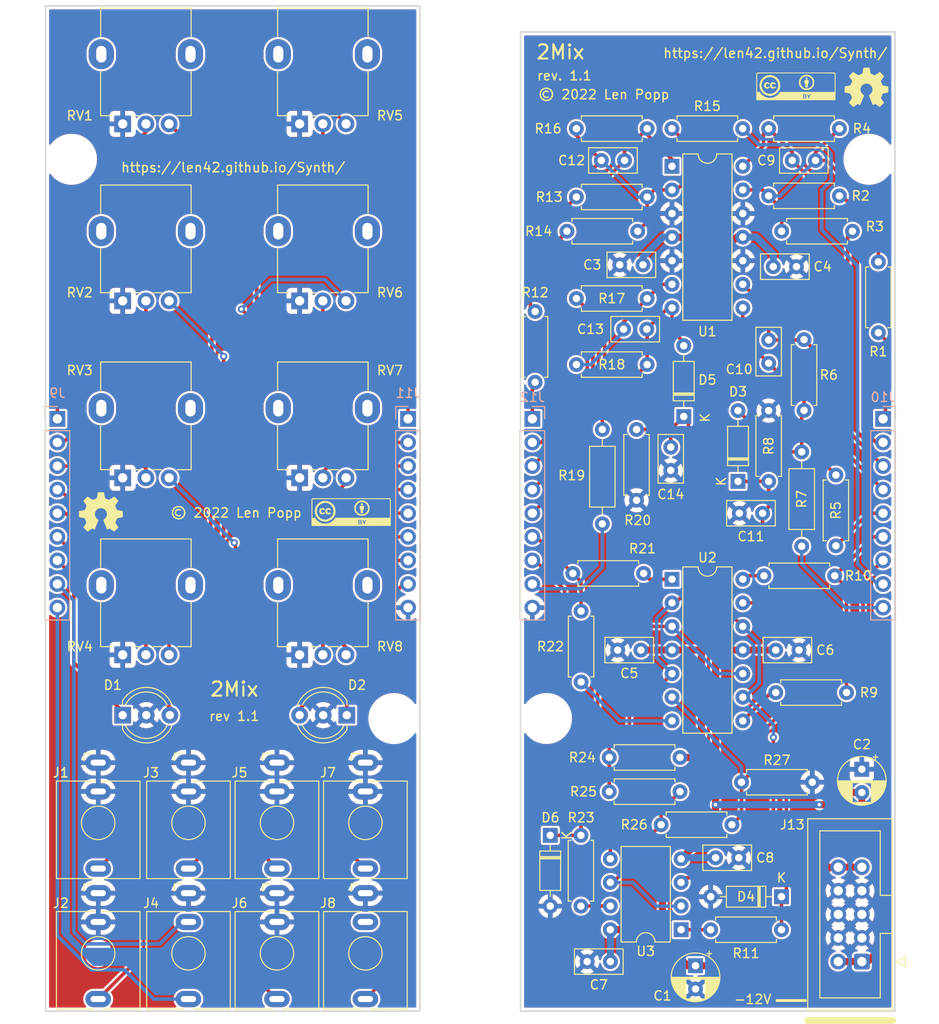
<source format=kicad_pcb>
(kicad_pcb (version 20211014) (generator pcbnew)
  (title_block (title "Eurorack Dual Mixer") (date "2022-08-03") (rev "1.1") (company "Len Popp") (comment 1 "Copyright © 2022 Len Popp CC BY") (comment 2 "Front panel layout matches 8HP Delptronics Module Construction Set") (comment 3 "Board settings comply with requirements of OSH Park https://oshpark.com/") (comment 4 "Eurorack 2-channel 3:1 mixer module - 8HP"))
  (layers (0 "F.Cu" signal) (31 "B.Cu" signal) (36 "B.SilkS" user "B.Silkscreen") (37 "F.SilkS" user "F.Silkscreen") (38 "B.Mask" user) (39 "F.Mask" user) (44 "Edge.Cuts" user))
  (net 0 "")
  (net 1 "+12V")
  (net 2 "GND")
  (net 3 "-12V")
  (net 4 "GAIN-1")
  (net 5 "Net-(C9-Pad1)")
  (net 6 "Net-(C10-Pad2)")
  (net 7 "OUT-1")
  (net 8 "Net-(C10-Pad1)")
  (net 9 "Net-(C11-Pad1)")
  (net 10 "GAIN-2")
  (net 11 "Net-(C12-Pad1)")
  (net 12 "Net-(C13-Pad2)")
  (net 13 "Net-(C13-Pad1)")
  (net 14 "Net-(C14-Pad1)")
  (net 15 "LED-RED-1")
  (net 16 "LED-GREEN-1")
  (net 17 "OUT-2")
  (net 18 "LED-RED-2")
  (net 19 "LED-GREEN-2")
  (net 20 "IN-1-1")
  (net 21 "IN-1-2")
  (net 22 "IN-1-3")
  (net 23 "OUT-1-NORMAL")
  (net 24 "IN-2-1")
  (net 25 "IN-2-2")
  (net 27 "IN-2-3")
  (net 28 "IN-ATTEN-1-1")
  (net 29 "IN-ATTEN-1-2")
  (net 30 "IN-ATTEN-1-3")
  (net 31 "GAIN-ATTEN-1")
  (net 32 "IN-ATTEN-2-1")
  (net 33 "IN-ATTEN-2-2")
  (net 34 "IN-ATTEN-2-3")
  (net 35 "GAIN-ATTEN-2")
  (net 36 "Net-(R9-Pad1)")
  (net 37 "Net-(R10-Pad1)")
  (net 38 "Net-(R11-Pad1)")
  (net 39 "Net-(R21-Pad1)")
  (net 40 "Net-(R22-Pad1)")
  (net 41 "Net-(R23-Pad1)")
  (net 42 "VREF-5")
  (net 43 "VREF-4")
  (net 44 "VREF-LO")
  (footprint "-lmp-misc:CP_Radial_D5.0mm_P2.50mm" (layer "F.Cu") (at 170.307 140.145888 -90)
    (fp_text reference "C1")
    (fp_text value "10U")
  )
  (footprint "-lmp-synth:Jack_3.5mm_QingPu_WQP-PJ398SM_Vertical" (layer "F.Cu") (at 134.7675 132.334)
    (fp_text reference "J8")
    (fp_text value "WQP-PJ398")
  )
  (footprint "-lmp-misc:CP_Radial_D5.0mm_P2.50mm" (layer "F.Cu") (at 188.214 118.999 -90)
    (fp_text reference "C2")
    (fp_text value "10U")
  )
  (footprint "-lmp-synth:Jack_3.5mm_QingPu_WQP-PJ398SM_Vertical" (layer "F.Cu") (at 106 118.2878)
    (fp_text reference "J1")
    (fp_text value "WQP-PJ398")
  )
  (footprint "-lmp-synth:Potentiometer_Alpha_RD901F-40-00D_Single_Vertical" (layer "F.Cu") (at 108.6358 68.58 90)
    (fp_text reference "RV2")
    (fp_text value "100K")
  )
  (footprint "-lmp-synth:Potentiometer_Alpha_RD901F-40-00D_Single_Vertical" (layer "F.Cu") (at 108.6358 106.68 90)
    (fp_text reference "RV4")
    (fp_text value "100K")
  )
  (footprint "-lmp-synth:Potentiometer_Alpha_RD901F-40-00D_Single_Vertical" (layer "F.Cu") (at 127.6858 68.58 90)
    (fp_text reference "RV6")
    (fp_text value "100K")
  )
  (footprint "-lmp-synth:Potentiometer_Alpha_RD901F-40-00D_Single_Vertical" (layer "F.Cu") (at 127.6858 106.68 90)
    (fp_text reference "RV8")
    (fp_text value "100K")
  )
  (footprint "-lmp-synth:Potentiometer_Alpha_RD901F-40-00D_Single_Vertical" (layer "F.Cu") (at 108.6358 87.63 90)
    (fp_text reference "RV3")
    (fp_text value "100K")
  )
  (footprint "-lmp-synth:Potentiometer_Alpha_RD901F-40-00D_Single_Vertical" (layer "F.Cu") (at 108.6358 49.53 90)
    (fp_text reference "RV1")
    (fp_text value "100K")
  )
  (footprint "-lmp-synth:Potentiometer_Alpha_RD901F-40-00D_Single_Vertical" (layer "F.Cu") (at 127.6858 49.53 90)
    (fp_text reference "RV5")
    (fp_text value "100K")
  )
  (footprint "-lmp-misc:Logo_CC_BY" (layer "F.Cu") (at 181.102 45.481)
    (fp_text reference "G1" hide)
    (fp_text value "Logo_CC_BY" hide)
  )
  (footprint "-lmp-holes:MountingHole_PCB_3.2mm_M3" (layer "F.Cu") (at 188.976 53.34)
    (fp_text reference "H4" hide)
    (fp_text value "MountingHole_M3")
  )
  (footprint "-lmp-holes:MountingHole_PCB_3.2mm_M3" (layer "F.Cu") (at 103.124 53.34)
    (fp_text reference "H2" hide)
    (fp_text value "MountingHole_M3")
  )
  (footprint "-lmp-holes:MountingHole_PCB_3.2mm_M3" (layer "F.Cu") (at 137.836 113.538)
    (fp_text reference "H7" hide)
    (fp_text value "MountingHole_M3")
  )
  (footprint "-lmp-holes:MountingHole_PCB_3.2mm_M3" (layer "F.Cu") (at 154.264 113.538)
    (fp_text reference "H9" hide)
    (fp_text value "MountingHole_M3")
  )
  (footprint "-lmp-synth:IDC-Header-Eurorack-10-TH" (layer "F.Cu") (at 188.214 139.7 180)
    (fp_text reference "J13")
    (fp_text value "Conn_Eurorack_10")
  )
  (footprint "-lmp-synth:Jack_3.5mm_QingPu_WQP-PJ398SM_Vertical" (layer "F.Cu") (at 134.7675 118.2878)
    (fp_text reference "J7")
    (fp_text value "WQP-PJ398")
  )
  (footprint "-lmp-synth:Jack_3.5mm_QingPu_WQP-PJ398SM_Vertical" (layer "F.Cu") (at 106 132.334)
    (fp_text reference "J2")
    (fp_text value "WQP-PJ398")
  )
  (footprint "-lmp-misc:Logo_OSHW" (layer "F.Cu") (at 188.722 45.608)
    (fp_text reference "G3" hide)
    (fp_text value "Logo_OSHW" hide)
  )
  (footprint "-lmp-synth:Potentiometer_Alpha_RD901F-40-00D_Single_Vertical" (layer "F.Cu") (at 127.6858 87.63 90)
    (fp_text reference "RV7")
    (fp_text value "100K")
  )
  (footprint "-lmp-misc:Logo_CC_BY" (layer "F.Cu") (at 133.223 91.313)
    (fp_text reference "G2" hide)
    (fp_text value "Logo_CC_BY" hide)
  )
  (footprint "-lmp-misc:Logo_OSHW" (layer "F.Cu") (at 106.299 91.313)
    (fp_text reference "G4" hide)
    (fp_text value "Logo_OSHW" hide)
  )
  (footprint "-lmp-synth:Jack_3.5mm_QingPu_WQP-PJ398SM_Vertical" (layer "F.Cu") (at 125.2425 118.2878)
    (fp_text reference "J5")
    (fp_text value "WQP-PJ398")
  )
  (footprint "-lmp-synth:Jack_3.5mm_QingPu_WQP-PJ398SM_Vertical" (layer "F.Cu") (at 125.2425 132.334)
    (fp_text reference "J6")
    (fp_text value "WQP-PJ398")
  )
  (footprint "-lmp-synth:Jack_3.5mm_QingPu_WQP-PJ398SM_Vertical" (layer "F.Cu") (at 115.7175 118.2878)
    (fp_text reference "J3")
    (fp_text value "WQP-PJ398")
  )
  (footprint "-lmp-synth:Jack_3.5mm_QingPu_WQP-PJ398SM_Vertical" (layer "F.Cu") (at 115.7175 132.334)
    (fp_text reference "J4")
    (fp_text value "WQP-PJ398")
  )
  (footprint "Package_DIP:DIP-14_W7.62mm" (layer "F.Cu") (at 167.777 54.097)
    (fp_text reference "U1")
    (fp_text value "TL074")
  )
  (footprint "-lmp-misc:R_Axial_DIN0207_L6.3mm_D2.5mm_P7.62mm_Horizontal" (layer "F.Cu") (at 168.636 117.729 180)
    (fp_text reference "R24")
    (fp_text value "75K")
  )
  (footprint "-lmp-misc:C_Disc_D5.0mm_W2.5mm_P2.50mm" (layer "F.Cu") (at 181.443 106.172 180)
    (fp_text reference "C6")
    (fp_text value "100N")
  )
  (footprint "-lmp-misc:R_Axial_DIN0207_L6.3mm_D2.5mm_P7.62mm_Horizontal" (layer "F.Cu") (at 164.719 97.917 180)
    (fp_text reference "R21")
    (fp_text value "10K")
  )
  (footprint "-lmp-misc:C_Disc_D5.0mm_W2.5mm_P2.50mm" (layer "F.Cu") (at 177.526 91.44 180)
    (fp_text reference "C11")
    (fp_text value "100N")
  )
  (footprint "-lmp-misc:R_Axial_DIN0207_L6.3mm_D2.5mm_P7.62mm_Horizontal" (layer "F.Cu") (at 187.198 61.087 180)
    (fp_text reference "R3")
    (fp_text value "100K")
  )
  (footprint "LED_THT:LED_D5.0mm-3" (layer "F.Cu") (at 132.7658 113.175 180)
    (fp_text reference "D2")
    (fp_text value "LED_Dual_5mm_ACA")
  )
  (footprint "-lmp-misc:R_Axial_DIN0207_L6.3mm_D2.5mm_P7.62mm_Horizontal" (layer "F.Cu") (at 185.801 50.038 180)
    (fp_text reference "R4")
    (fp_text value "100K")
  )
  (footprint "-lmp-misc:C_Disc_D5.0mm_W2.5mm_P2.50mm" (layer "F.Cu") (at 174.966 128.524 180)
    (fp_text reference "C8")
    (fp_text value "100N")
  )
  (footprint "Diode_THT:D_DO-35_SOD27_P7.62mm_Horizontal" (layer "F.Cu") (at 174.879 88.011 90)
    (fp_text reference "D3")
    (fp_text value "1N4148")
  )
  (footprint "LED_THT:LED_D5.0mm-3" (layer "F.Cu") (at 108.6358 113.175)
    (fp_text reference "D1")
    (fp_text value "LED_Dual_5mm_ACA")
  )
  (footprint "-lmp-misc:R_Axial_DIN0207_L6.3mm_D2.5mm_P7.62mm_Horizontal" (layer "F.Cu") (at 157.48 68.326)
    (fp_text reference "R17")
    (fp_text value "100K")
  )
  (footprint "-lmp-misc:C_Disc_D5.0mm_W2.5mm_P2.50mm" (layer "F.Cu") (at 181.175 64.9 180)
    (fp_text reference "C4")
    (fp_text value "100N")
  )
  (footprint "Diode_THT:D_DO-35_SOD27_P7.62mm_Horizontal" (layer "F.Cu") (at 154.666 126.111 -90)
    (fp_text reference "D6")
    (fp_text value "1N4148")
  )
  (footprint "-lmp-misc:R_Axial_DIN0207_L6.3mm_D2.5mm_P7.62mm_Horizontal" (layer "F.Cu") (at 157.988 109.601 90)
    (fp_text reference "R22")
    (fp_text value "10K")
  )
  (footprint "Diode_THT:D_DO-35_SOD27_P7.62mm_Horizontal" (layer "F.Cu") (at 169.037 81.026 90)
    (fp_text reference "D5")
    (fp_text value "1N4148")
  )
  (footprint "-lmp-misc:C_Disc_D5.0mm_W2.5mm_P2.50mm" (layer "F.Cu") (at 160.167 53.467)
    (fp_text reference "C12")
    (fp_text value "47P")
  )
  (footprint "-lmp-misc:R_Axial_DIN0207_L6.3mm_D2.5mm_P7.62mm_Horizontal" (layer "F.Cu") (at 178.943 110.744)
    (fp_text reference "R9")
    (fp_text value "10K")
  )
  (footprint "-lmp-misc:C_Disc_D5.0mm_W2.5mm_P2.50mm" (layer "F.Cu") (at 162.56 71.628)
    (fp_text reference "C13")
    (fp_text value "47P")
  )
  (footprint "-lmp-misc:R_Axial_DIN0207_L6.3mm_D2.5mm_P10.16mm_Horizontal" (layer "F.Cu") (at 181.737 84.836 -90)
    (fp_text reference "R7")
    (fp_text value "51R")
  )
  (footprint "-lmp-misc:R_Axial_DIN0207_L6.3mm_D2.5mm_P10.16mm_Horizontal" (layer "F.Cu") (at 160.274 82.423 -90)
    (fp_text reference "R19")
    (fp_text value "51R")
  )
  (footprint "Package_DIP:DIP-14_W7.62mm" (layer "F.Cu") (at 167.777 98.547)
    (fp_text reference "U2")
    (fp_text value "TL074")
  )
  (footprint "-lmp-misc:R_Axial_DIN0207_L6.3mm_D2.5mm_P7.62mm_Horizontal" (layer "F.Cu") (at 181.991 72.751 -90)
    (fp_text reference "R6")
    (fp_text value "100K")
  )
  (footprint "-lmp-misc:R_Axial_DIN0207_L6.3mm_D2.5mm_P7.62mm_Horizontal" (layer "F.Cu") (at 156.464 61.087)
    (fp_text reference "R14")
    (fp_text value "100K")
  )
  (footprint "-lmp-misc:R_Axial_DIN0207_L6.3mm_D2.5mm_P7.62mm_Horizontal" (layer "F.Cu") (at 178.181 80.391 -90)
    (fp_text reference "R8")
    (fp_text value "100K")
  )
  (footprint "-lmp-misc:C_Disc_D5.0mm_W2.5mm_P2.50mm" (layer "F.Cu") (at 164.65 64.7 180)
    (fp_text reference "C3")
    (fp_text value "100N")
  )
  (footprint "-lmp-misc:R_Axial_DIN0207_L6.3mm_D2.5mm_P7.62mm_Horizontal" (layer "F.Cu") (at 185.801 57.277 180)
    (fp_text reference "R2")
    (fp_text value "100K")
  )
  (footprint "-lmp-misc:C_Disc_D5.0mm_W2.5mm_P2.50mm" (layer "F.Cu") (at 167.64 84.328 -90)
    (fp_text reference "C14")
    (fp_text value "100N")
  )
  (footprint "-lmp-misc:R_Axial_DIN0207_L6.3mm_D2.5mm_P7.62mm_Horizontal" (layer "F.Cu") (at 175.387 50.038 180)
    (fp_text reference "R15")
    (fp_text value "100K")
  )
  (footprint "-lmp-misc:C_Disc_D5.0mm_W2.5mm_P2.50mm" (layer "F.Cu") (at 183.221 53.467 180)
    (fp_text reference "C9")
    (fp_text value "47P")
  )
  (footprint "Package_DIP:DIP-8_W7.62mm" (layer "F.Cu") (at 168.753 136.261 180)
    (fp_text reference "U3")
    (fp_text value "TL072")
  )
  (footprint "-lmp-misc:R_Axial_DIN0207_L6.3mm_D2.5mm_P7.62mm_Horizontal" (layer "F.Cu") (at 161.016 121.412)
    (fp_text reference "R25")
    (fp_text value "11K")
  )
  (footprint "-lmp-misc:R_Axial_DIN0207_L6.3mm_D2.5mm_P7.62mm_Horizontal" (layer "F.Cu") (at 171.938 136.271)
    (fp_text reference "R11")
    (fp_text value "4K7")
  )
  (footprint "-lmp-misc:R_Axial_DIN0207_L6.3mm_D2.5mm_P7.62mm_Horizontal" (layer "F.Cu") (at 157.48 57.404)
    (fp_text reference "R13")
    (fp_text value "100K")
  )
  (footprint "-lmp-misc:R_Axial_DIN0207_L6.3mm_D2.5mm_P7.62mm_Horizontal" (layer "F.Cu") (at 153.035 77.343 90)
    (fp_text reference "R12")
    (fp_text value "100K")
  )
  (footprint "-lmp-misc:R_Axial_DIN0207_L6.3mm_D2.5mm_P7.62mm_Horizontal" (layer "F.Cu") (at 189.992 72.009 90)
    (fp_text reference "R1")
    (fp_text value "100K")
  )
  (footprint "-lmp-misc:R_Axial_DIN0207_L6.3mm_D2.5mm_P7.62mm_Horizontal" (layer "F.Cu") (at 175.26 120.396)
    (fp_text reference "R27")
    (fp_text value "200R")
  )
  (footprint "-lmp-misc:C_Disc_D5.0mm_W2.5mm_P2.50mm" (layer "F.Cu") (at 178.181 72.791 -90)
    (fp_text reference "C10")
    (fp_text value "47P")
  )
  (footprint "-lmp-misc:R_Axial_DIN0207_L6.3mm_D2.5mm_P7.62mm_Horizontal" (layer "F.Cu") (at 157.48 50.038)
    (fp_text reference "R16")
    (fp_text value "100K")
  )
  (footprint "-lmp-misc:R_Axial_DIN0207_L6.3mm_D2.5mm_P7.62mm_Horizontal" (layer "F.Cu") (at 177.673 98.171)
    (fp_text reference "R10")
    (fp_text value "10K")
  )
  (footprint "-lmp-misc:R_Axial_DIN0207_L6.3mm_D2.5mm_P7.62mm_Horizontal" (layer "F.Cu") (at 157.48 75.438)
    (fp_text reference "R18")
    (fp_text value "100K")
  )
  (footprint "-lmp-misc:R_Axial_DIN0207_L6.3mm_D2.5mm_P7.62mm_Horizontal" (layer "F.Cu") (at 185.42 94.9452 90)
    (fp_text reference "R5")
    (fp_text value "100K")
  )
  (footprint "-lmp-misc:R_Axial_DIN0207_L6.3mm_D2.5mm_P7.62mm_Horizontal" (layer "F.Cu") (at 166.604 124.968)
    (fp_text reference "R26")
    (fp_text value "36K")
  )
  (footprint "Diode_THT:D_DO-35_SOD27_P7.62mm_Horizontal" (layer "F.Cu") (at 179.558 132.715 180)
    (fp_text reference "D4")
    (fp_text value "1N4148")
  )
  (footprint "-lmp-misc:R_Axial_DIN0207_L6.3mm_D2.5mm_P7.62mm_Horizontal" (layer "F.Cu") (at 163.957 90.043 90)
    (fp_text reference "R20")
    (fp_text value "100K")
  )
  (footprint "-lmp-misc:C_Disc_D5.0mm_W2.5mm_P2.50mm" (layer "F.Cu") (at 161.143 139.7 180)
    (fp_text reference "C7")
    (fp_text value "100N")
  )
  (footprint "-lmp-misc:R_Axial_DIN0207_L6.3mm_D2.5mm_P7.62mm_Horizontal" (layer "F.Cu") (at 157.968 133.731 90)
    (fp_text reference "R23")
    (fp_text value "4K7")
  )
  (footprint "-lmp-misc:C_Disc_D5.0mm_W2.5mm_P2.50mm" (layer "F.Cu") (at 164.425 106.172 180)
    (fp_text reference "C5")
    (fp_text value "100N")
  )
  (footprint "Connector_PinSocket_2.54mm:PinSocket_1x09_P2.54mm_Vertical" (layer "B.Cu") (at 101.6 81.28 180)
    (fp_text reference "J9")
    (fp_text value "Conn_PCB_Front")
  )
  (footprint "Connector_PinSocket_2.54mm:PinSocket_1x09_P2.54mm_Vertical" (layer "B.Cu") (at 139.36 81.28 180)
    (fp_text reference "J11")
    (fp_text value "Conn_PCB_Front")
  )
  (footprint "Connector_PinHeader_2.54mm:PinHeader_1x09_P2.54mm_Vertical" (layer "B.Cu") (at 190.5 81.28 180)
    (fp_text reference "J10")
    (fp_text value "Conn_PCB_Back")
  )
  (footprint "Connector_PinHeader_2.54mm:PinHeader_1x09_P2.54mm_Vertical" (layer "B.Cu") (at 152.74 81.28 180)
    (fp_text reference "J12")
    (fp_text value "Conn_PCB_Back")
  )
  (gr_line (start 182.1434 143.891) (end 179.07 143.891) (layer "F.SilkS") (width 0.3048))
  (gr_line (start 151.470004 145.034) (end 151.470004 39.639) (layer "Edge.Cuts") (width 0.1524))
  (gr_line (start 151.470004 39.639) (end 191.77 39.639) (layer "Edge.Cuts") (width 0.1524))
  (gr_line (start 140.629996 36.83) (end 140.629996 145.034) (layer "Edge.Cuts") (width 0.1524))
  (gr_line (start 140.629996 145.034) (end 100.33 145.034) (layer "Edge.Cuts") (width 0.1524))
  (gr_line (start 100.33 36.83) (end 140.629996 36.83) (layer "Edge.Cuts") (width 0.1524))
  (gr_line (start 191.77 145.034) (end 151.470004 145.034) (layer "Edge.Cuts") (width 0.1524))
  (gr_line (start 191.77 39.639) (end 191.77 145.034) (layer "Edge.Cuts") (width 0.1524))
  (gr_line (start 100.33 145.034) (end 100.33 36.83) (layer "Edge.Cuts") (width 0.1524))
  (gr_text "© 2022 Len Popp" (at 153.289 46.37) (layer "F.SilkS") (effects (font (size 1 1)) (justify left)))
  (gr_text "-12V" (at 178.562 143.764) (layer "F.SilkS") (effects (font (size 1 1)) (justify right)))
  (gr_text "2Mix" (at 153.035 41.798) (layer "F.SilkS") (effects (font (size 1.524 1.524) (thickness 0.2286)) (justify left)))
  (gr_text "2Mix" (at 120.65 110.38) (layer "F.SilkS") (effects (font (size 1.524 1.524) (thickness 0.2286))))
  (gr_text "rev ${REVISION}" (at 120.65 113.284) (layer "F.SilkS") (effects (font (size 1 1))))
  (gr_text "© 2022 Len Popp" (at 113.7 91.4) (layer "F.SilkS") (effects (font (size 1 1)) (justify left)))
  (gr_text "https://len42.github.io/Synth/" (at 166.751 41.925) (layer "F.SilkS") (effects (font (size 1.016 1.016) (thickness 0.1524)) (justify left)))
  (gr_text "rev. ${REVISION}" (at 153.162 44.338) (layer "F.SilkS") (effects (font (size 1 1)) (justify left)))
  (gr_text "https://len42.github.io/Synth/" (at 120.523 54.229) (layer "F.SilkS") (effects (font (size 1.016 1.016) (thickness 0.1524))))
  (segment (start 170.942 106.426) (end 170.942 63.858) (width 0.762) (layer "F.Cu") (net 1))
  (segment (start 182.499 136.739) (end 182.499 131.786) (width 0.762) (layer "F.Cu") (net 1))
  (segment (start 170.922 117.475) (end 170.668 117.729) (width 0.762) (layer "F.Cu") (net 1))
  (segment (start 179.092112 140.145888) (end 182.499 136.739) (width 0.762) (layer "F.Cu") (net 1))
  (segment (start 167.777 106.167) (end 164.577 106.167) (width 0.762) (layer "F.Cu") (net 1))
  (segment (start 170.942 106.426) (end 170.942 123.297) (width 0.762) (layer "F.Cu") (net 1))
  (segment (start 185.674 129.54) (end 188.214 129.54) (width 0.762) (layer "F.Cu") (net 1))
  (segment (start 170.683 106.167) (end 170.942 106.426) (width 0.762) (layer "F.Cu") (net 1))
  (segment (start 166.731 127.508) (end 170.4875 123.7515) (width 0.762) (layer "F.Cu") (net 1))
  (segment (start 184.745 129.54) (end 185.674 129.54) (width 0.762) (layer "F.Cu") (net 1))
  (segment (start 170.307 140.145888) (end 179.092112 140.145888) (width 0.762) (layer "F.Cu") (net 1))
  (segment (start 166.233 136.261) (end 161.133 136.261) (width 0.762) (layer "F.Cu") (net 1))
  (segment (start 166.731 137.414) (end 166.731 127.508) (width 0.762) (layer "F.Cu") (net 1))
  (segment (start 170.942 63.881) (end 168.778 61.717) (width 0.762) (layer "F.Cu") (net 1))
  (segment (start 170.668 117.729) (end 168.636 117.729) (width 0.762) (layer "F.Cu") (net 1))
  (segment (start 168.778 61.717) (end 167.777 61.717) (width 0.762) (layer "F.Cu") (net 1))
  (segment (start 166.243 136.271) (end 166.233 136.261) (width 0.762) (layer "F.Cu") (net 1))
  (segment (start 170.4875 123.7515) (end 170.922 123.317) (width 0.762) (layer "F.Cu") (net 1))
  (segment (start 167.777 106.167) (end 170.683 106.167) (width 0.762) (layer "F.Cu") (net 1))
  (segment (start 170.942 123.297) (end 170.4875 123.7515) (width 0.762) (layer "F.Cu") (net 1))
  (segment (start 170.922 123.317) (end 170.922 117.475) (width 0.762) (layer "F.Cu") (net 1))
  (segment (start 170.307 140.145888) (end 169.462888 140.145888) (width 0.762) (layer "F.Cu") (net 1))
  (segment (start 182.499 131.786) (end 184.745 129.54) (width 0.762) (layer "F.Cu") (net 1))
  (segment (start 169.462888 140.145888) (end 166.731 137.414) (width 0.762) (layer "F.Cu") (net 1))
  (segment (start 161.143 139.7) (end 161.143 136.271) (width 0.762) (layer "B.Cu") (net 1))
  (segment (start 166.783 61.717) (end 164.65 63.85) (width 0.762) (layer "B.Cu") (net 1))
  (segment (start 164.65 63.85) (end 164.65 64.7) (width 0.762) (layer "B.Cu") (net 1))
  (segment (start 167.777 61.717) (end 166.783 61.717) (width 0.762) (layer "B.Cu") (net 1))
  (segment (start 183.622 122.809) (end 185.293 122.809) (width 0.762) (layer "F.Cu") (net 3))
  (segment (start 185.293 122.809) (end 186.603 121.499) (width 0.762) (layer "F.Cu") (net 3))
  (segment (start 186.603 121.499) (end 188.214 121.499) (width 0.762) (layer "F.Cu") (net 3))
  (segment (start 172.446 124.948) (end 172.446 122.809) (width 0.762) (layer "F.Cu") (net 3))
  (segment (start 188.214 139.7) (end 188.849 139.7) (width 0.762) (layer "F.Cu") (net 3))
  (segment (start 190.5 138.049) (end 190.5 126.365) (width 0.762) (layer "F.Cu") (net 3))
  (segment (start 185.674 139.7) (end 188.214 139.7) (width 0.762) (layer "F.Cu") (net 3))
  (segment (start 175.397 61.717) (end 174.757 61.717) (width 0.762) (layer "F.Cu") (net 3))
  (segment (start 174.757 61.717) (end 172.466 64.008) (width 0.762) (layer "F.Cu") (net 3))
  (segment (start 188.214 121.499) (end 188.214 124.079) (width 0.762) (layer "F.Cu") (net 3))
  (segment (start 172.466 106.172) (end 172.466 123.952) (width 0.762) (layer "F.Cu") (net 3))
  (segment (start 188.214 124.079) (end 190.5 126.365) (width 0.762) (layer "F.Cu") (net 3))
  (segment (start 178.943 106.172) (end 175.402 106.172) (width 0.762) (layer "F.Cu") (net 3))
  (segment (start 172.466 64.016) (end 172.466 122.789) (width 0.762) (layer "F.Cu") (net 3))
  (segment (start 168.753 128.641) (end 172.446 124.948) (width 0.762) (layer "F.Cu") (net 3))
  (segment (start 188.849 139.7) (end 190.5 138.049) (width 0.762) (layer "F.Cu") (net 3))
  (segment (start 172.466 122.789) (end 172.446 122.809) (width 0.762) (layer "F.Cu") (net 3))
  (segment (start 175.397 106.167) (end 172.471 106.167) (width 0.762) (layer "F.Cu") (net 3))
  (segment (start 172.471 106.167) (end 172.466 106.172) (width 0.762) (layer "F.Cu") (net 3))
  (via (at 183.622 122.809) (size 0.762) (drill 0.381) (layers "F.Cu" "B.Cu") (net 3))
  (via (at 172.446 122.809) (size 0.762) (drill 0.381) (layers "F.Cu" "B.Cu") (net 3))
  (segment (start 176.842 61.717) (end 178.675 63.55) (width 0.762) (layer "B.Cu") (net 3))
  (segment (start 172.466 128.524) (end 168.87 128.524) (width 0.762) (layer "B.Cu") (net 3))
  (segment (start 175.397 61.717) (end 176.842 61.717) (width 0.762) (layer "B.Cu") (net 3))
  (segment (start 172.446 122.809) (end 183.622 122.809) (width 0.762) (layer "B.Cu") (net 3))
  (segment (start 178.675 63.55) (end 178.675 64.9) (width 0.762) (layer "B.Cu") (net 3))
  (segment (start 113.6358 100.6818) (end 101.854 88.9) (width 0.381) (layer "F.Cu") (net 4))
  (segment (start 185.0136 64.2136) (end 182.274363 61.474363) (width 0.381) (layer "F.Cu") (net 4))
  (segment (start 113.6358 106.68) (end 113.6358 100.6818) (width 0.381) (layer "F.Cu") (net 4))
  (segment (start 180.721 52.578) (end 180.721 53.467) (width 0.381) (layer "F.Cu") (net 4))
  (segment (start 177.625 50.594) (end 178.181 50.038) (width 0.381) (layer "F.Cu") (net 4))
  (segment (start 177.625 51.869) (end 177.625 50.594) (width 0.381) (layer "F.Cu") (net 4))
  (segment (start 185.0136 83.4136) (end 185.0136 64.2136) (width 0.381) (layer "F.Cu") (net 4))
  (segment (start 178.181 50.038) (end 180.721 52.578) (width 0.381) (layer "F.Cu") (net 4))
  (segment (start 175.397 54.097) (end 177.625 51.869) (width 0.381) (layer "F.Cu") (net 4))
  (segment (start 190.5 88.9) (end 185.0136 83.4136) (width 0.381) (layer "F.Cu") (net 4))
  (segment (start 182.274363 55.020363) (end 180.721 53.467) (width 0.381) (layer "F.Cu") (net 4))
  (segment (start 182.274363 61.474363) (end 182.274363 55.020363) (width 0.381) (layer "F.Cu") (net 4))
  (segment (start 185.801 50.038) (end 183.221 52.618) (width 0.381) (layer "F.Cu") (net 5))
  (segment (start 175.397 56.637) (end 177.541 56.637) (width 0.381) (layer "F.Cu") (net 5))
  (segment (start 179.578 58.674) (end 178.181 57.277) (width 0.381) (layer "F.Cu") (net 5))
  (segment (start 189.992 64.389) (end 189.992 59.074501) (width 0.381) (layer "F.Cu") (net 5))
  (segment (start 184.384499 53.467) (end 183.221 53.467) (width 0.381) (layer "F.Cu") (net 5))
  (segment (start 183.221 52.618) (end 183.221 53.467) (width 0.381) (layer "F.Cu") (net 5))
  (segment (start 189.992 59.074501) (end 184.384499 53.467) (width 0.381) (layer "F.Cu") (net 5))
  (segment (start 177.541 56.637) (end 178.181 57.277) (width 0.381) (layer "F.Cu") (net 5))
  (segment (start 179.578 61.087) (end 179.578 58.674) (width 0.381) (layer "F.Cu") (net 5))
  (segment (start 183.221 53.467) (end 179.411 57.277) (width 0.381) (layer "B.Cu") (net 5))
  (segment (start 179.411 57.277) (end 178.181 57.277) (width 0.381) (layer "B.Cu") (net 5))
  (segment (start 181.737 84.836) (end 181.737 80.625) (width 0.381) (layer "F.Cu") (net 6))
  (segment (start 175.397 72.507) (end 178.181 75.291) (width 0.381) (layer "F.Cu") (net 6))
  (segment (start 179.324 84.836) (end 174.879 80.391) (width 0.381) (layer "F.Cu") (net 6))
  (segment (start 181.737 84.836) (end 179.324 84.836) (width 0.381) (layer "F.Cu") (net 6))
  (segment (start 175.397 69.337) (end 175.397 72.507) (width 0.381) (layer "F.Cu") (net 6))
  (segment (start 181.991 79.101) (end 178.181 75.291) (width 0.381) (layer "F.Cu") (net 6))
  (segment (start 181.991 80.371) (end 181.991 79.101) (width 0.381) (layer "F.Cu") (net 6))
  (segment (start 108.824866 140.589) (end 105.283 140.589) (width 0.381) (layer "B.Cu") (net 7))
  (segment (start 111.969866 143.734) (end 108.824866 140.589) (width 0.381) (layer "B.Cu") (net 7))
  (segment (start 105.283 140.589) (end 101.6 136.906) (width 0.381) (layer "B.Cu") (net 7))
  (segment (start 186.436 101.6) (end 190.5 101.6) (width 0.381) (layer "B.Cu") (net 7))
  (segment (start 181.737 94.996) (end 181.737 96.901) (width 0.381) (layer "B.Cu") (net 7))
  (segment (start 101.6 136.906) (end 101.6 101.6) (width 0.381) (layer "B.Cu") (net 7))
  (segment (start 181.737 96.901) (end 186.436 101.6) (width 0.381) (layer "B.Cu") (net 7))
  (segment (start 115.7175 143.734) (end 111.969866 143.734) (width 0.381) (layer "B.Cu") (net 7))
  (segment (start 183.7944 74.5544) (end 181.991 72.751) (width 0.381) (layer "F.Cu") (net 8))
  (segment (start 183.7944 85.6996) (end 183.7944 74.5544) (width 0.381) (layer "F.Cu") (net 8))
  (segment (start 175.397 66.797) (end 178.181 69.581) (width 0.381) (layer "F.Cu") (net 8))
  (segment (start 178.181 69.831) (end 178.181 72.791) (width 0.381) (layer "F.Cu") (net 8))
  (segment (start 178.181 69.581) (end 178.181 69.831) (width 0.381) (layer "F.Cu") (net 8))
  (segment (start 178.181 72.791) (end 181.951 72.791) (width 0.381) (layer "F.Cu") (net 8))
  (segment (start 185.42 87.3252) (end 183.7944 85.6996) (width 0.381) (layer "F.Cu") (net 8))
  (segment (start 178.181 88.011) (end 174.879 88.011) (width 0.381) (layer "F.Cu") (net 9))
  (segment (start 177.526 91.44) (end 177.526 92.6284) (width 0.381) (layer "F.Cu") (net 9))
  (segment (start 177.526 91.44) (end 178.181 90.785) (width 0.381) (layer "F.Cu") (net 9))
  (segment (start 175.621 130.683) (end 169.251 130.683) (width 0.381) (layer "F.Cu") (net 9))
  (segment (start 173.736 96.4184) (end 173.736 101.966) (width 0.381) (layer "F.Cu") (net 9))
  (segment (start 178.181 90.785) (end 178.181 88.011) (width 0.381) (layer "F.Cu") (net 9))
  (segment (start 178.689 115.57) (end 178.689 127.615) (width 0.381) (layer "F.Cu") (net 9))
  (segment (start 178.689 127.615) (end 175.621 130.683) (width 0.381) (layer "F.Cu") (net 9))
  (segment (start 173.736 101.966) (end 175.397 103.627) (width 0.381) (layer "F.Cu") (net 9))
  (segment (start 169.251 130.683) (end 168.753 131.181) (width 0.381) (layer "F.Cu") (net 9))
  (segment (start 177.526 92.6284) (end 173.736 96.4184) (width 0.381) (layer "F.Cu") (net 9))
  (via (at 178.689 115.57) (size 0.762) (drill 0.381) (layers "F.Cu" "B.Cu") (net 9))
  (segment (start 177.165 109.728) (end 177.165 105.395) (width 0.381) (layer "B.Cu") (net 9))
  (segment (start 175.763 111.247) (end 178.689 114.173) (width 0.381) (layer "B.Cu") (net 9))
  (segment (start 175.646 111.247) (end 177.165 109.728) (width 0.381) (layer "B.Cu") (net 9))
  (segment (start 178.689 114.173) (end 178.689 115.57) (width 0.381) (layer "B.Cu") (net 9))
  (segment (start 177.165 105.395) (end 175.397 103.627) (width 0.381) (layer "B.Cu") (net 9))
  (segment (start 132.6858 105.8888) (end 130.175 103.378) (width 0.381) (layer "F.Cu") (net 10))
  (segment (start 135.89 91.44) (end 139.36 91.44) (width 0.381) (layer "F.Cu") (net 10))
  (segment (start 165.1 50.675) (end 167.777 53.352) (width 0.381) (layer "F.Cu") (net 10))
  (segment (start 158.496 85.684) (end 158.496 80.645) (width 0.381) (layer "F.Cu") (net 10))
  (segment (start 152.74 91.44) (end 158.496 85.684) (width 0.381) (layer "F.Cu") (net 10))
  (segment (start 132.6858 106.68) (end 132.6858 105.8888) (width 0.381) (layer "F.Cu") (net 10))
  (segment (start 160.025 56.129) (end 162.667 53.487) (width 0.381) (layer "F.Cu") (net 10))
  (segment (start 130.175 97.155) (end 135.89 91.44) (width 0.381) (layer "F.Cu") (net 10))
  (segment (start 158.496 80.645) (end 160.528 78.613) (width 0.381) (layer "F.Cu") (net 10))
  (segment (start 160.528 78.613) (end 160.528 67.428) (width 0.381) (layer "F.Cu") (net 10))
  (segment (start 167.777 53.352) (end 167.777 54.097) (width 0.381) (layer "F.Cu") (net 10))
  (segment (start 165.1 50.038) (end 165.1 50.675) (width 0.381) (layer "F.Cu") (net 10))
  (segment (start 162.667 52.471) (end 162.667 53.467) (width 0.381) (layer "F.Cu") (net 10))
  (segment (start 160.528 67.428) (end 160.025 66.925) (width 0.381) (layer "F.Cu") (net 10))
  (segment (start 160.025 66.925) (end 160.025 56.129) (width 0.381) (layer "F.Cu") (net 10))
  (segment (start 165.1 50.038) (end 162.667 52.471) (width 0.381) (layer "F.Cu") (net 10))
  (segment (start 130.175 103.378) (end 130.175 97.155) (width 0.381) (layer "F.Cu") (net 10))
  (segment (start 165.867 56.637) (end 167.777 56.637) (width 0.381) (layer "F.Cu") (net 11))
  (segment (start 169.45 51.721) (end 167.767 50.038) (width 0.381) (layer "F.Cu") (net 11))
  (segment (start 165.1 57.404) (end 165.867 56.637) (width 0.381) (layer "F.Cu") (net 11))
  (segment (start 165.1 60.071) (end 164.084 61.087) (width 0.381) (layer "F.Cu") (net 11))
  (segment (start 168.275 56.642) (end 169.45 55.467) (width 0.381) (layer "F.Cu") (net 11))
  (segment (start 152.527 69.215) (end 153.035 69.723) (width 0.381) (layer "F.Cu") (net 11))
  (segment (start 157.48 50.78) (end 157.48 50.038) (width 0.381) (layer "F.Cu") (net 11))
  (segment (start 160.167 53.467) (end 158.135 55.499) (width 0.381) (layer "F.Cu") (net 11))
  (segment (start 169.45 55.467) (end 169.45 51.721) (width 0.381) (layer "F.Cu") (net 11))
  (segment (start 165.1 57.404) (end 165.1 60.071) (width 0.381) (layer "F.Cu") (net 11))
  (segment (start 152.527 59.944) (end 152.527 69.215) (width 0.381) (layer "F.Cu") (net 11))
  (segment (start 156.972 55.499) (end 152.527 59.944) (width 0.381) (layer "F.Cu") (net 11))
  (segment (start 160.167 53.467) (end 157.48 50.78) (width 0.381) (layer "F.Cu") (net 11))
  (segment (start 158.135 55.499) (end 156.972 55.499) (width 0.381) (layer "F.Cu") (net 11))
  (segment (start 164.104 57.404) (end 165.1 57.404) (width 0.381) (layer "B.Cu") (net 11))
  (segment (start 160.167 53.467) (end 164.104 57.404) (width 0.381) (layer "B.Cu") (net 11))
  (segment (start 160.274 81.153) (end 162.5092 78.9178) (width 0.381) (layer "F.Cu") (net 12))
  (segment (start 165.06 71.628) (end 167.351 69.337) (width 0.381) (layer "F.Cu") (net 12))
  (segment (start 165.1 75.438) (end 165.1 71.668) (width 0.381) (layer "F.Cu") (net 12))
  (segment (start 169.037 73.025) (end 167.777 71.765) (width 0.381) (layer "F.Cu") (net 12))
  (segment (start 162.5092 78.0288) (end 165.1 75.438) (width 0.381) (layer "F.Cu") (net 12))
  (segment (start 167.351 69.337) (end 167.777 69.337) (width 0.381) (layer "F.Cu") (net 12))
  (segment (start 167.777 71.765) (end 167.777 69.337) (width 0.381) (layer "F.Cu") (net 12))
  (segment (start 160.274 82.423) (end 160.274 81.153) (width 0.381) (layer "F.Cu") (net 12))
  (segment (start 162.5092 78.9178) (end 162.5092 78.0288) (width 0.381) (layer "F.Cu") (net 12))
  (segment (start 166.629 66.797) (end 167.777 66.797) (width 0.381) (layer "F.Cu") (net 13))
  (segment (start 165.1 68.326) (end 162.56 70.866) (width 0.381) (layer "F.Cu") (net 13))
  (segment (start 162.56 70.866) (end 162.56 71.882) (width 0.381) (layer "F.Cu") (net 13))
  (segment (start 165.1 68.326) (end 166.629 66.797) (width 0.381) (layer "F.Cu") (net 13))
  (segment (start 157.48 75.438) (end 159.004 75.438) (width 0.381) (layer "B.Cu") (net 13))
  (segment (start 159.004 75.438) (end 162.56 71.882) (width 0.381) (layer "B.Cu") (net 13))
  (segment (start 163.185 113.294) (end 163.185 123.307) (width 0.381) (layer "F.Cu") (net 14))
  (segment (start 167.772 108.707) (end 163.185 113.294) (width 0.381) (layer "F.Cu") (net 14))
  (segment (start 169.037 81.026) (end 169.545 81.534) (width 0.381) (layer "F.Cu") (net 14))
  (segment (start 167.64 82.423) (end 169.037 81.026) (width 0.381) (layer "F.Cu") (net 14))
  (segment (start 169.545 99.695) (end 169.545 83.005) (width 0.381) (layer "F.Cu") (net 14))
  (segment (start 167.64 84.328) (end 167.64 82.423) (width 0.381) (layer "F.Cu") (net 14))
  (segment (start 161.133 125.359) (end 163.185 123.307) (width 0.381) (layer "F.Cu") (net 14))
  (segment (start 161.133 128.641) (end 161.133 125.359) (width 0.381) (layer "F.Cu") (net 14))
  (segment (start 167.64 82.423) (end 163.957 82.423) (width 0.381) (layer "F.Cu") (net 14))
  (segment (start 168.153 101.087) (end 169.545 99.695) (width 0.381) (layer "F.Cu") (net 14))
  (segment (start 169.545 81.534) (end 169.545 83.005) (width 0.381) (layer "F.Cu") (net 14))
  (segment (start 167.777 108.707) (end 166.116 107.046) (width 0.381) (layer "B.Cu") (net 14))
  (segment (start 166.116 107.046) (end 166.116 102.748) (width 0.381) (layer "B.Cu") (net 14))
  (segment (start 166.116 102.748) (end 167.777 101.087) (width 0.381) (layer "B.Cu") (net 14))
  (segment (start 108.6358 112.7858) (end 103.378 107.528) (width 0.381) (layer "F.Cu") (net 15))
  (segment (start 103.378 107.528) (end 103.378 98.298) (width 0.381) (layer "F.Cu") (net 15))
  (segment (start 103.378 98.298) (end 101.6 96.52) (width 0.381) (layer "F.Cu") (net 15))
  (segment (start 108.6358 113.175) (end 108.6358 112.7858) (width 0.381) (layer "F.Cu") (net 15))
  (segment (start 179.558 132.715) (end 179.558 136.271) (width 0.381) (layer "F.Cu") (net 15))
  (segment (start 190.5 96.52) (end 188.341 98.679) (width 0.381) (layer "F.Cu") (net 15))
  (segment (start 180.086 132.187) (end 180.086 120.015) (width 0.381) (layer "F.Cu") (net 15))
  (segment (start 188.341 98.679) (end 188.341 111.76) (width 0.381) (layer "F.Cu") (net 15))
  (segment (start 180.086 120.015) (end 188.341 111.76) (width 0.381) (layer "F.Cu") (net 15))
  (segment (start 189.484 93.98) (end 190.5 93.98) (width 0.381) (layer "F.Cu") (net 16))
  (segment (start 104.267 96.647) (end 101.6 93.98) (width 0.381) (layer "F.Cu") (net 16))
  (segment (start 186.563 99.441) (end 185.293 98.171) (width 0.381) (layer "F.Cu") (net 16))
  (segment (start 111.128 109.728) (end 107.95 109.728) (width 0.381) (layer "F.Cu") (net 16))
  (segment (start 104.267 106.045) (end 104.267 96.647) (width 0.381) (layer "F.Cu") (net 16))
  (segment (start 113.7158 112.3158) (end 111.128 109.728) (width 0.381) (layer "F.Cu") (net 16))
  (segment (start 113.7158 113.2078) (end 113.7158 112.3158) (width 0.381) (layer "F.Cu") (net 16))
  (segment (start 107.95 109.728) (end 104.267 106.045) (width 0.381) (layer "F.Cu") (net 16))
  (segment (start 186.563 110.744) (end 186.563 99.441) (width 0.381) (layer "F.Cu") (net 16))
  (segment (start 185.293 98.171) (end 189.484 93.98) (width 0.381) (layer "F.Cu") (net 16))
  (segment (start 137.287 109.093) (end 137.287 100.6475) (width 0.381) (layer "F.Cu") (net 17))
  (segment (start 137.668 140.8335) (end 137.668 117.729) (width 0.381) (layer "F.Cu") (net 17))
  (segment (start 134.7675 143.734) (end 137.668 140.8335) (width 0.381) (layer "F.Cu") (net 17))
  (segment (start 137.668 117.729) (end 134.747 114.808) (width 0.381) (layer "F.Cu") (net 17))
  (segment (start 137.287 100.6475) (end 138.8745 99.06) (width 0.381) (layer "F.Cu") (net 17))
  (segment (start 134.747 114.808) (end 134.747 111.633) (width 0.381) (layer "F.Cu") (net 17))
  (segment (start 134.747 111.633) (end 137.287 109.093) (width 0.381) (layer "F.Cu") (net 17))
  (segment (start 157.988 99.568) (end 160.274 97.282) (width 0.381) (layer "B.Cu") (net 17))
  (segment (start 152.74 99.06) (end 153.248 99.568) (width 0.381) (layer "B.Cu") (net 17))
  (segment (start 160.274 92.583) (end 160.274 97.282) (width 0.381) (layer "B.Cu") (net 17))
  (segment (start 153.248 99.568) (end 157.988 99.568) (width 0.381) (layer "B.Cu") (net 17))
  (segment (start 132.7658 113.175) (end 132.7658 111.3282) (width 0.381) (layer "F.Cu") (net 18))
  (segment (start 156.21 110.49) (end 157.968 112.248) (width 0.381) (layer "F.Cu") (net 18))
  (segment (start 156.21 106.553) (end 156.21 99.695) (width 0.381) (layer "F.Cu") (net 18))
  (segment (start 134.112 96.52) (end 139.36 96.52) (width 0.381) (layer "F.Cu") (net 18))
  (segment (start 132.588 98.044) (end 134.112 96.52) (width 0.381) (layer "F.Cu") (net 18))
  (segment (start 157.968 126.111) (end 154.666 126.111) (width 0.381) (layer "F.Cu") (net 18))
  (segment (start 135.89 108.204) (end 135.89 103.759) (width 0.381) (layer "F.Cu") (net 18))
  (segment (start 156.21 106.553) (end 156.21 110.49) (width 0.381) (layer "F.Cu") (net 18))
  (segment (start 157.968 112.248) (end 157.968 126.111) (width 0.381) (layer "F.Cu") (net 18))
  (segment (start 132.7658 111.3282) (end 135.89 108.204) (width 0.381) (layer "F.Cu") (net 18))
  (segment (start 132.588 100.457) (end 132.588 98.044) (width 0.381) (layer "F.Cu") (net 18))
  (segment (start 135.89 103.759) (end 132.588 100.457) (width 0.381) (layer "F.Cu") (net 18))
  (segment (start 156.21 99.695) (end 153.035 96.52) (width 0.381) (layer "F.Cu") (net 18))
  (segment (start 127.6858 113.175) (end 127.6858 112.4892) (width 0.381) (layer "F.Cu") (net 19))
  (segment (start 131.318 97.536) (end 134.874 93.98) (width 0.381) (layer "F.Cu") (net 19))
  (segment (start 134.442005 104.470005) (end 131.318 101.346) (width 0.381) (layer "F.Cu") (net 19))
  (segment (start 157.988 101.981) (end 157.988 98.806) (width 0.381) (layer "F.Cu") (net 19))
  (segment (start 157.988 98.806) (end 157.099 97.917) (width 0.381) (layer "F.Cu") (net 19))
  (segment (start 131.318 101.346) (end 131.318 97.536) (width 0.381) (layer "F.Cu") (net 19))
  (segment (start 132.207 109.982) (end 134.442005 107.746995) (width 0.381) (layer "F.Cu") (net 19))
  (segment (start 127.6858 112.4892) (end 130.193 109.982) (width 0.381) (layer "F.Cu") (net 19))
  (segment (start 134.874 93.98) (end 139.36 93.98) (width 0.381) (layer "F.Cu") (net 19))
  (segment (start 157.099 97.917) (end 153.162 93.98) (width 0.381) (layer "F.Cu") (net 19))
  (segment (start 153.162 93.98) (end 152.74 93.98) (width 0.381) (layer "F.Cu") (net 19))
  (segment (start 134.442005 107.746995) (end 134.442005 104.470005) (width 0.381) (layer "F.Cu") (net 19))
  (segment (start 130.193 109.982) (end 132.207 109.982) (width 0.381) (layer "F.Cu") (net 19))
  (segment (start 118.237 82.423) (end 118.237 54.1312) (width 0.381) (layer "F.Cu") (net 20))
  (segment (start 109.347 120.777) (end 118.237 111.887) (width 0.381) (layer "F.Cu") (net 20))
  (segment (start 118.11 96.012) (end 118.11 82.55) (width 0.381) (layer "F.Cu") (net 20))
  (segment (start 118.11 82.55) (end 118.237 82.423) (width 0.381) (layer "F.Cu") (net 20))
  (segment (start 106.0242 129.6878) (end 109.347 126.365) (width 0.381) (layer "F.Cu") (net 20))
  (segment (start 118.237 96.139) (end 118.11 96.012) (width 0.381) (layer "F.Cu") (net 20))
  (segment (start 109.347 126.365) (end 109.347 120.777) (width 0.381) (layer "F.Cu") (net 20))
  (segment (start 118.237 54.1312) (end 113.6358 49.53) (width 0.381) (layer "F.Cu") (net 20))
  (segment (start 118.237 111.887) (end 118.237 96.139) (width 0.381) (layer "F.Cu") (net 20))
  (segment (start 118.364 115.316) (end 119.634 114.046) (width 0.381) (layer "F.Cu") (net 21))
  (segment (start 119.634 95.377) (end 119.253 94.996) (width 0.381) (layer "F.Cu") (net 21))
  (segment (start 118.364 124.968) (end 118.364 115.316) (width 0.381) (layer "F.Cu") (net 21))
  (segment (start 113.411 127.635) (end 115.697 127.635) (width 0.381) (layer "F.Cu") (net 21))
  (segment (start 106 143.734) (end 110.871 138.863) (width 0.381) (layer "F.Cu") (net 21))
  (segment (start 119.507 93.98) (end 119.507 74.549) (width 0.381) (layer "F.Cu") (net 21))
  (segment (start 115.697 127.635) (end 118.364 124.968) (width 0.381) (layer "F.Cu") (net 21))
  (segment (start 119.634 114.046) (end 119.634 95.377) (width 0.381) (layer "F.Cu") (net 21))
  (segment (start 110.871 130.175) (end 113.411 127.635) (width 0.381) (layer "F.Cu") (net 21))
  (segment (start 110.871 138.863) (end 110.871 130.175) (width 0.381) (layer "F.Cu") (net 21))
  (segment (start 119.253 94.996) (end 119.253 94.234) (width 0.381) (layer "F.Cu") (net 21))
  (segment (start 119.253 94.234) (end 119.507 93.98) (width 0.381) (layer "F.Cu") (net 21))
  (via (at 119.507 74.549) (size 0.762) (drill 0.381) (layers "F.Cu" "B.Cu") (net 21))
  (segment (start 119.507 74.549) (end 119.507 74.4512) (width 0.381) (layer "B.Cu") (net 21))
  (segment (start 119.507 74.4512) (end 113.6358 68.58) (width 0.381) (layer "B.Cu") (net 21))
  (segment (start 120.777 115.34775) (end 120.269 115.85575) (width 0.381) (layer "F.Cu") (net 22))
  (segment (start 120.269 125.1363) (end 115.7175 129.6878) (width 0.381) (layer "F.Cu") (net 22))
  (segment (start 120.65 94.615) (end 120.777 94.742) (width 0.381) (layer "F.Cu") (net 22))
  (segment (start 120.269 115.85575) (end 120.269 125.1363) (width 0.381) (layer "F.Cu") (net 22))
  (segment (start 120.777 94.742) (end 120.777 115.34775) (width 0.381) (layer "F.Cu") (net 22))
  (via (at 120.65 94.615) (size 0.762) (drill 0.381) (layers "F.Cu" "B.Cu") (net 22))
  (segment (start 120.65 94.615) (end 120.6208 94.615) (width 0.381) (layer "B.Cu") (net 22))
  (segment (start 120.6208 94.615) (end 113.6358 87.63) (width 0.381) (layer "B.Cu") (net 22))
  (segment (start 103.378 100.838) (end 101.6 99.06) (width 0.381) (layer "B.Cu") (net 23))
  (segment (start 184.912 55.626) (end 183.896 56.642) (width 0.381) (layer "B.Cu") (net 23))
  (segment (start 184.912 52.762) (end 184.912 55.626) (width 0.381) (layer "B.Cu") (net 23))
  (segment (start 183.896 60.96) (end 187.7568 64.8208) (width 0.381) (layer "B.Cu") (net 23))
  (segment (start 187.7568 64.8208) (end 187.7568 96.9264) (width 0.381) (layer "B.Cu") (net 23))
  (segment (start 183.896 56.642) (end 183.896 60.96) (width 0.381) (layer "B.Cu") (net 23))
  (segment (start 187.7568 96.9264) (end 189.8904 99.06) (width 0.381) (layer "B.Cu") (net 23))
  (segment (start 175.387 50.038) (end 177.124 51.775) (width 0.381) (layer "B.Cu") (net 23))
  (segment (start 115.01 135.434) (end 112.649 137.795) (width 0.381) (layer "B.Cu") (net 23))
  (segment (start 104.648 137.795) (end 103.378 136.525) (width 0.381) (layer "B.Cu") (net 23))
  (segment (start 112.649 137.795) (end 104.648 137.795) (width 0.381) (layer "B.Cu") (net 23))
  (segment (start 189.8904 99.06) (end 190.5 99.06) (width 0.381) (layer "B.Cu") (net 23))
  (segment (start 183.925 51.775) (end 184.912 52.762) (width 0.381) (layer "B.Cu") (net 23))
  (segment (start 103.378 136.525) (end 103.378 100.838) (width 0.381) (layer "B.Cu") (net 23))
  (segment (start 177.124 51.775) (end 183.925 51.775) (width 0.381) (layer "B.Cu") (net 23))
  (segment (start 125.476 46.99) (end 123.063 49.403) (width 0.381) (layer "F.Cu") (net 24))
  (segment (start 122.555 127.0003) (end 125.2425 129.6878) (width 0.381) (layer "F.Cu") (net 24))
  (segment (start 130.1458 46.99) (end 125.476 46.99) (width 0.381) (layer "F.Cu") (net 24))
  (segment (start 123.063 49.403) (end 123.063 116.205) (width 0.381) (layer "F.Cu") (net 24))
  (segment (start 132.6858 49.53) (end 130.1458 46.99) (width 0.381) (layer "F.Cu") (net 24))
  (segment (start 123.063 116.205) (end 122.555 116.713) (width 0.381) (layer "F.Cu") (net 24))
  (segment (start 122.555 116.713) (end 122.555 127.0003) (width 0.381) (layer "F.Cu") (net 24))
  (segment (start 121.92 69.977) (end 121.412 69.469) (width 0.381) (layer "F.Cu") (net 25))
  (segment (start 121.92 115.824) (end 121.92 69.977) (width 0.381) (layer "F.Cu") (net 25))
  (segment (start 121.412 139.954) (end 121.412 116.332) (width 0.381) (layer "F.Cu") (net 25))
  (segment (start 125.192 143.734) (end 121.412 139.954) (width 0.381) (layer "F.Cu") (net 25))
  (segment (start 121.412 116.332) (end 121.92 115.824) (width 0.381) (layer "F.Cu") (net 25))
  (via (at 121.412 69.469) (size 0.762) (drill 0.381) (layers "F.Cu" "B.Cu") (net 25))
  (segment (start 130.81 66.675) (end 130.81 66.7042) (width 0.381) (layer "B.Cu") (net 25))
  (segment (start 130.81 66.7042) (end 132.6858 68.58) (width 0.381) (layer "B.Cu") (net 25))
  (segment (start 124.587 66.294) (end 130.429 66.294) (width 0.381) (layer "B.Cu") (net 25))
  (segment (start 121.412 69.469) (end 124.587 66.294) (width 0.381) (layer "B.Cu") (net 25))
  (segment (start 130.429 66.294) (end 130.81 66.675) (width 0.381) (layer "B.Cu") (net 25))
  (segment (start 129.53985 118.74485) (end 125.476 114.681) (width 0.381) (layer "F.Cu") (net 27))
  (segment (start 127.762 100.838) (end 127.762 93.091) (width 0.381) (layer "F.Cu") (net 27))
  (segment (start 125.476 103.124) (end 127.762 100.838) (width 0.381) (layer "F.Cu") (net 27))
  (segment (start 127.762 93.091) (end 132.6858 88.1672) (width 0.381) (layer "F.Cu") (net 27))
  (segment (start 134.7675 129.6878) (end 129.53985 124.46015) (width 0.381) (layer "F.Cu") (net 27))
  (segment (start 125.476 114.681) (end 125.476 103.124) (width 0.381) (layer "F.Cu") (net 27))
  (segment (start 129.53985 124.46015) (end 129.53985 118.74485) (width 0.381) (layer "F.Cu") (net 27))
  (segment (start 111.1358 49.53) (end 111.1358 50.4082) (width 0.381) (layer "F.Cu") (net 28))
  (segment (start 111.1358 50.4082) (end 101.6 59.944) (width 0.381) (layer "F.Cu") (net 28))
  (segment (start 190.754 72.771) (end 189.992 72.009) (width 0.381) (layer "F.Cu") (net 28))
  (segment (start 101.6 59.944) (end 101.6 81.28) (width 0.381) (layer "F.Cu") (net 28))
  (segment (start 190.754 81.026) (end 190.754 72.771) (width 0.381) (layer "F.Cu") (net 28))
  (segment (start 103.632 82.423) (end 103.632 77.724) (width 0.381) (layer "F.Cu") (net 29))
  (segment (start 188.341 62.865) (end 188.341 82.423) (width 0.381) (layer "F.Cu") (net 29))
  (segment (start 186.055 57.277) (end 188.849 60.071) (width 0.381) (layer "F.Cu") (net 29))
  (segment (start 103.632 77.724) (end 111.1358 70.2202) (width 0.381) (layer "F.Cu") (net 29))
  (segment (start 102.235 83.82) (end 103.632 82.423) (width 0.381) (layer "F.Cu") (net 29))
  (segment (start 188.849 60.071) (end 188.849 62.357) (width 0.381) (layer "F.Cu") (net 29))
  (segment (start 111.1358 70.2202) (end 111.1358 68.58) (width 0.381) (layer "F.Cu") (net 29))
  (segment (start 189.738 83.82) (end 190.5 83.82) (width 0.381) (layer "F.Cu") (net 29))
  (segment (start 188.849 62.357) (end 188.341 62.865) (width 0.381) (layer "F.Cu") (net 29))
  (segment (start 188.341 82.423) (end 189.738 83.82) (width 0.381) (layer "F.Cu") (net 29))
  (segment (start 111.1358 87.63) (end 111.1358 86.6248) (width 0.381) (layer "F.Cu") (net 30))
  (segment (start 105.283 85.598) (end 104.521 86.36) (width 0.381) (layer "F.Cu") (net 30))
  (segment (start 111.1358 86.6248) (end 110.109 85.598) (width 0.381) (layer "F.Cu") (net 30))
  (segment (start 190.5 86.36) (end 186.69 82.55) (width 0.381) (layer "F.Cu") (net 30))
  (segment (start 186.69 82.55) (end 186.69 61.595) (width 0.381) (layer "F.Cu") (net 30))
  (segment (start 186.69 61.595) (end 187.198 61.087) (width 0.381) (layer "F.Cu") (net 30))
  (segment (start 104.521 86.36) (end 101.6 86.36) (width 0.381) (layer "F.Cu") (net 30))
  (segment (start 110.109 85.598) (end 105.283 85.598) (width 0.381) (layer "F.Cu") (net 30))
  (segment (start 111.1358 100.0868) (end 102.489 91.44) (width 0.381) (layer "F.Cu") (net 31))
  (segment (start 188.9252 91.44) (end 185.42 94.9452) (width 0.381) (layer "F.Cu") (net 31))
  (segment (start 102.489 91.44) (end 101.6 91.44) (width 0.381) (layer "F.Cu") (net 31))
  (segment (start 190.5 91.44) (end 188.9252 91.44) (width 0.381) (layer "F.Cu") (net 31))
  (segment (start 111.1358 106.68) (end 111.1358 100.0868) (width 0.381) (layer "F.Cu") (net 31))
  (segment (start 152.74 81.28) (end 152.74 77.638) (width 0.381) (layer "F.Cu") (net 32))
  (segment (start 139.36 81.28) (end 139.36 59.858) (width 0.381) (layer "F.Cu") (net 32))
  (segment (start 130.1858 50.6838) (end 130.1858 49.53) (width 0.381) (layer "F.Cu") (net 32))
  (segment (start 139.36 59.858) (end 130.1858 50.6838) (width 0.381) (layer "F.Cu") (net 32))
  (segment (start 153.67 83.82) (end 152.74 83.82) (width 0.381) (layer "F.Cu") (net 33))
  (segment (start 154.686 82.804) (end 153.67 83.82) (width 0.381) (layer "F.Cu") (net 33))
  (segment (start 130.1858 79.2588) (end 130.1858 68.58) (width 0.381) (layer "F.Cu") (net 33))
  (segment (start 154.686 60.198) (end 154.686 82.804) (width 0.381) (layer "F.Cu") (net 33))
  (segment (start 139.36 83.82) (end 134.747 83.82) (width 0.381) (layer "F.Cu") (net 33))
  (segment (start 157.48 57.404) (end 154.686 60.198) (width 0.381) (layer "F.Cu") (net 33))
  (segment (start 134.747 83.82) (end 130.1858 79.2588) (width 0.381) (layer "F.Cu") (net 33))
  (segment (start 137.541 85.979) (end 137.922 86.36) (width 0.381) (layer "F.Cu") (net 34))
  (segment (start 155.829 61.722) (end 155.829 83.271) (width 0.381) (layer "F.Cu") (net 34))
  (segment (start 131.191 85.979) (end 137.541 85.979) (width 0.381) (layer "F.Cu") (net 34))
  (segment (start 156.464 61.087) (end 155.829 61.722) (width 0.381) (layer "F.Cu") (net 34))
  (segment (start 155.829 83.271) (end 152.74 86.36) (width 0.381) (layer "F.Cu") (net 34))
  (segment (start 137.922 86.36) (end 139.36 86.36) (width 0.381) (layer "F.Cu") (net 34))
  (segment (start 130.1858 86.9842) (end 131.191 85.979) (width 0.381) (layer "F.Cu") (net 34))
  (segment (start 157.48 68.326) (end 159.258 70.104) (width 0.381) (layer "F.Cu") (net 35))
  (segment (start 130.1858 105.4208) (end 130.1858 106.68) (width 0.381) (layer "F.Cu") (net 35))
  (segment (start 128.905 96.774) (end 128.905 104.14) (width 0.381) (layer "F.Cu") (net 35))
  (segment (start 136.779 88.9) (end 128.905 96.774) (width 0.381) (layer "F.Cu") (net 35))
  (segment (start 128.905 104.14) (end 130.1858 105.4208) (width 0.381) (layer "F.Cu") (net 35))
  (segment (start 157.099 79.502) (end 157.099 84.541) (width 0.381) (layer "F.Cu") (net 35))
  (segment (start 159.258 70.104) (end 159.258 77.343) (width 0.381) (layer "F.Cu") (net 35))
  (segment (start 139.36 88.9) (end 136.779 88.9) (width 0.381) (layer "F.Cu") (net 35))
  (segment (start 157.099 84.541) (end 152.74 88.9) (width 0.381) (layer "F.Cu") (net 35))
  (segment (start 159.258 77.343) (end 157.099 79.502) (width 0.381) (layer "F.Cu") (net 35))
  (segment (start 175.397 113.787) (end 178.44 110.744) (width 0.381) (layer "F.Cu") (net 36))
  (segment (start 177.673 98.171) (end 175.773 98.171) (width 0.381) (layer "F.Cu") (net 37))
  (segment (start 171.938 136.271) (end 168.763 136.271) (width 0.381) (layer "F.Cu") (net 38))
  (segment (start 167.777 98.547) (end 165.349 98.547) (width 0.381) (layer "F.Cu") (net 39))
  (segment (start 165.349 98.547) (end 164.719 97.917) (width 0.381) (layer "F.Cu") (net 39))
  (segment (start 162.174 113.787) (end 157.988 109.601) (width 0.381) (layer "B.Cu") (net 40))
  (segment (start 167.777 113.787) (end 162.174 113.787) (width 0.381) (layer "B.Cu") (net 40))
  (segment (start 161.133 133.721) (end 157.978 133.721) (width 0.381) (layer "F.Cu") (net 41))
  (segment (start 161.549 103.627) (end 159.766 105.41) (width 0.381) (layer "F.Cu") (net 42))
  (segment (start 159.766 105.41) (end 159.766 115.189) (width 0.381) (layer "F.Cu") (net 42))
  (segment (start 159.766 115.189) (end 161.016 116.439) (width 0.381) (layer "F.Cu") (net 42))
  (segment (start 161.016 121.412) (end 161.016 117.729) (width 0.381) (layer "F.Cu") (net 42))
  (segment (start 167.777 103.627) (end 161.549 103.627) (width 0.381) (layer "F.Cu") (net 42))
  (segment (start 161.016 117.729) (end 161.016 116.439) (width 0.381) (layer "F.Cu") (net 42))
  (segment (start 172.857 108.707) (end 167.777 103.627) (width 0.381) (layer "B.Cu") (net 42))
  (segment (start 175.397 108.707) (end 172.857 108.707) (width 0.381) (layer "B.Cu") (net 42))
  (segment (start 168.636 121.412) (end 166.604 123.444) (width 0.381) (layer "F.Cu") (net 43))
  (segment (start 163.937 127.635) (end 166.604 124.968) (width 0.381) (layer "F.Cu") (net 43))
  (segment (start 163.937 127.635) (end 163.937 128.651) (width 0.381) (layer "F.Cu") (net 43))
  (segment (start 166.604 123.444) (end 166.604 124.968) (width 0.381) (layer "F.Cu") (net 43))
  (segment (start 163.937 128.651) (end 161.407 131.181) (width 0.381) (layer "F.Cu") (net 43))
  (segment (start 163.556 131.191) (end 161.143 131.191) (width 0.381) (layer "B.Cu") (net 43))
  (segment (start 168.763 133.731) (end 166.096 133.731) (width 0.381) (layer "B.Cu") (net 43))
  (segment (start 166.096 133.731) (end 163.556 131.191) (width 0.381) (layer "B.Cu") (net 43))
  (segment (start 175.26 120.396) (end 175.26 123.932) (width 0.381) (layer "F.Cu") (net 44))
  (segment (start 183.388 105.156) (end 179.319 101.087) (width 0.381) (layer "F.Cu") (net 44))
  (segment (start 177.165 115.316) (end 183.388 109.093) (width 0.381) (layer "F.Cu") (net 44))
  (segment (start 175.26 123.932) (end 174.224 124.968) (width 0.381) (layer "F.Cu") (net 44))
  (segment (start 177.165 118.491) (end 177.165 115.316) (width 0.381) (layer "F.Cu") (net 44))
  (segment (start 179.319 101.087) (end 175.397 101.087) (width 0.381) (layer "F.Cu") (net 44))
  (segment (start 175.26 120.396) (end 177.165 118.491) (width 0.381) (layer "F.Cu") (net 44))
  (segment (start 183.388 109.093) (end 183.388 105.156) (width 0.381) (layer "F.Cu") (net 44))
  (segment (start 175.26 120.396) (end 175.26 118.73) (width 0.381) (layer "B.Cu") (net 44))
  (segment (start 175.26 118.73) (end 167.777 111.247) (width 0.381) (layer "B.Cu") (net 44))
  (zone (net 2) (net_name "GND") (layer "F.Cu") (connect_pads (clearance 0.2032)) (min_thickness 0.2032) (fill yes (thermal_gap 0.508) (thermal_bridge_width 0.508))
    (polygon (pts (xy 192.405 145.415) (xy 150.495 145.415) (xy 150.495 36.195) (xy 192.405 36.195)))
  )
  (zone (net 2) (net_name "GND") (layer "F.Cu") (connect_pads (clearance 0.2032)) (min_thickness 0.2032) (fill yes (thermal_gap 0.508) (thermal_bridge_width 0.508))
    (polygon (pts (xy 141.605 145.415) (xy 99.695 145.415) (xy 99.695 36.195) (xy 141.605 36.195)))
  )
  (zone (net 0) (net_name "") (layer "F.Cu") (connect_pads (clearance 0)) (min_thickness 0.254)
    (keepout (tracks not_allowed) (vias not_allowed) (pads allowed) (copperpour not_allowed) (footprints allowed))
    (fill (thermal_gap 0.508) (thermal_bridge_width 0.508))
    (polygon (pts (xy 134.7724 140.311) (xy 135.2359 140.2376) (xy 135.6541 140.0245) (xy 135.9859 139.6927) (xy 136.199 139.2745) (xy 136.2724 138.811) (xy 136.199 138.3475) (xy 135.9859 137.9293) (xy 135.6541 137.5975) (xy 135.2359 137.3844) (xy 134.7724 137.311) (xy 134.3089 137.3844) (xy 133.8907 137.5975) (xy 133.5589 137.9293) (xy 133.3458 138.3475) (xy 133.2724 138.811) (xy 133.3458 139.2745) (xy 133.5589 139.6927) (xy 133.8907 140.0245) (xy 134.3089 140.2376)))
  )
  (zone (net 0) (net_name "") (layer "F.Cu") (connect_pads (clearance 0)) (min_thickness 0.254)
    (keepout (tracks not_allowed) (vias not_allowed) (pads allowed) (copperpour not_allowed) (footprints allowed))
    (fill (thermal_gap 0.508) (thermal_bridge_width 0.508))
    (polygon (pts (xy 105.985929 126.269529) (xy 106.449429 126.196129) (xy 106.867629 125.983029) (xy 107.199429 125.651229) (xy 107.412529 125.233029) (xy 107.485929 124.769529) (xy 107.412529 124.306029) (xy 107.199429 123.887829) (xy 106.867629 123.556029) (xy 106.449429 123.342929) (xy 105.985929 123.269529) (xy 105.522429 123.342929) (xy 105.104229 123.556029) (xy 104.772429 123.887829) (xy 104.559329 124.306029) (xy 104.485929 124.769529) (xy 104.559329 125.233029) (xy 104.772429 125.651229) (xy 105.104229 125.983029) (xy 105.522429 126.196129)))
  )
  (zone (net 0) (net_name "") (layer "F.Cu") (connect_pads (clearance 0)) (min_thickness 0.254)
    (keepout (tracks not_allowed) (vias not_allowed) (pads allowed) (copperpour not_allowed) (footprints allowed))
    (fill (thermal_gap 0.508) (thermal_bridge_width 0.508))
    (polygon (pts (xy 106.002639 140.312402) (xy 106.466139 140.239002) (xy 106.884339 140.025902) (xy 107.216139 139.694102) (xy 107.429239 139.275902) (xy 107.502639 138.812402) (xy 107.429239 138.348902) (xy 107.216139 137.930702) (xy 106.884339 137.598902) (xy 106.466139 137.385802) (xy 106.002639 137.312402) (xy 105.539139 137.385802) (xy 105.120939 137.598902) (xy 104.789139 137.930702) (xy 104.576039 138.348902) (xy 104.502639 138.812402) (xy 104.576039 139.275902) (xy 104.789139 139.694102) (xy 105.120939 140.025902) (xy 105.539139 140.239002)))
  )
  (zone (net 0) (net_name "") (layer "F.Cu") (connect_pads (clearance 0)) (min_thickness 0.254)
    (keepout (tracks not_allowed) (vias not_allowed) (pads allowed) (copperpour not_allowed) (footprints allowed))
    (fill (thermal_gap 0.508) (thermal_bridge_width 0.508))
    (polygon (pts (xy 134.753713 126.2721) (xy 135.217213 126.1987) (xy 135.635413 125.9856) (xy 135.967213 125.6538) (xy 136.180313 125.2356) (xy 136.253713 124.7721) (xy 136.180313 124.3086) (xy 135.967213 123.8904) (xy 135.635413 123.5586) (xy 135.217213 123.3455) (xy 134.753713 123.2721) (xy 134.290213 123.3455) (xy 133.872013 123.5586) (xy 133.540213 123.8904) (xy 133.327113 124.3086) (xy 133.253713 124.7721) (xy 133.327113 125.2356) (xy 133.540213 125.6538) (xy 133.872013 125.9856) (xy 134.290213 126.1987)))
  )
  (zone (net 0) (net_name "") (layer "F.Cu") (connect_pads (clearance 0)) (min_thickness 0.254)
    (keepout (tracks not_allowed) (vias not_allowed) (pads allowed) (copperpour not_allowed) (footprints allowed))
    (fill (thermal_gap 0.508) (thermal_bridge_width 0.508))
    (polygon (pts (xy 115.714129 126.269529) (xy 116.177629 126.196129) (xy 116.595829 125.983029) (xy 116.927629 125.651229) (xy 117.140729 125.233029) (xy 117.214129 124.769529) (xy 117.140729 124.306029) (xy 116.927629 123.887829) (xy 116.595829 123.556029) (xy 116.177629 123.342929) (xy 115.714129 123.269529) (xy 115.250629 123.342929) (xy 114.832429 123.556029) (xy 114.500629 123.887829) (xy 114.287529 124.306029) (xy 114.214129 124.769529) (xy 114.287529 125.233029) (xy 114.500629 125.651229) (xy 114.832429 125.983029) (xy 115.250629 126.196129)))
  )
  (zone (net 0) (net_name "") (layer "F.Cu") (connect_pads (clearance 0)) (min_thickness 0.254)
    (keepout (tracks not_allowed) (vias not_allowed) (pads allowed) (copperpour not_allowed) (footprints allowed))
    (fill (thermal_gap 0.508) (thermal_bridge_width 0.508))
    (polygon (pts (xy 115.714129 140.315729) (xy 116.177629 140.242329) (xy 116.595829 140.029229) (xy 116.927629 139.697429) (xy 117.140729 139.279229) (xy 117.214129 138.815729) (xy 117.140729 138.352229) (xy 116.927629 137.934029) (xy 116.595829 137.602229) (xy 116.177629 137.389129) (xy 115.714129 137.315729) (xy 115.250629 137.389129) (xy 114.832429 137.602229) (xy 114.500629 137.934029) (xy 114.287529 138.352229) (xy 114.214129 138.815729) (xy 114.287529 139.279229) (xy 114.500629 139.697429) (xy 114.832429 140.029229) (xy 115.250629 140.242329)))
  )
  (zone (net 0) (net_name "") (layer "F.Cu") (connect_pads (clearance 0)) (min_thickness 0.254)
    (keepout (tracks not_allowed) (vias not_allowed) (pads allowed) (copperpour not_allowed) (footprints allowed))
    (fill (thermal_gap 0.508) (thermal_bridge_width 0.508))
    (polygon (pts (xy 125.239129 126.294929) (xy 125.702629 126.221529) (xy 126.120829 126.008429) (xy 126.452629 125.676629) (xy 126.665729 125.258429) (xy 126.739129 124.794929) (xy 126.665729 124.331429) (xy 126.452629 123.913229) (xy 126.120829 123.581429) (xy 125.702629 123.368329) (xy 125.239129 123.294929) (xy 124.775629 123.368329) (xy 124.357429 123.581429) (xy 124.025629 123.913229) (xy 123.812529 124.331429) (xy 123.739129 124.794929) (xy 123.812529 125.258429) (xy 124.025629 125.676629) (xy 124.357429 126.008429) (xy 124.775629 126.221529)))
  )
  (zone (net 0) (net_name "") (layer "F.Cu") (connect_pads (clearance 0)) (min_thickness 0.254)
    (keepout (tracks not_allowed) (vias not_allowed) (pads allowed) (copperpour not_allowed) (footprints allowed))
    (fill (thermal_gap 0.508) (thermal_bridge_width 0.508))
    (polygon (pts (xy 125.239129 140.315729) (xy 125.702629 140.242329) (xy 126.120829 140.029229) (xy 126.452629 139.697429) (xy 126.665729 139.279229) (xy 126.739129 138.815729) (xy 126.665729 138.352229) (xy 126.452629 137.934029) (xy 126.120829 137.602229) (xy 125.702629 137.389129) (xy 125.239129 137.315729) (xy 124.775629 137.389129) (xy 124.357429 137.602229) (xy 124.025629 137.934029) (xy 123.812529 138.352229) (xy 123.739129 138.815729) (xy 123.812529 139.279229) (xy 124.025629 139.697429) (xy 124.357429 140.029229) (xy 124.775629 140.242329)))
  )
  (zone (net 2) (net_name "GND") (layer "B.Cu") (connect_pads (clearance 0.2032)) (min_thickness 0.2032) (fill yes (thermal_gap 0.508) (thermal_bridge_width 0.508))
    (polygon (pts (xy 192.405 145.415) (xy 150.495 145.415) (xy 150.495 36.195) (xy 192.405 36.195)))
  )
  (zone (net 2) (net_name "GND") (layer "B.Cu") (connect_pads (clearance 0.2032)) (min_thickness 0.2032) (fill yes (thermal_gap 0.508) (thermal_bridge_width 0.508))
    (polygon (pts (xy 141.605 145.415) (xy 99.695 145.415) (xy 99.695 36.195) (xy 141.605 36.195)))
  )
)
</source>
